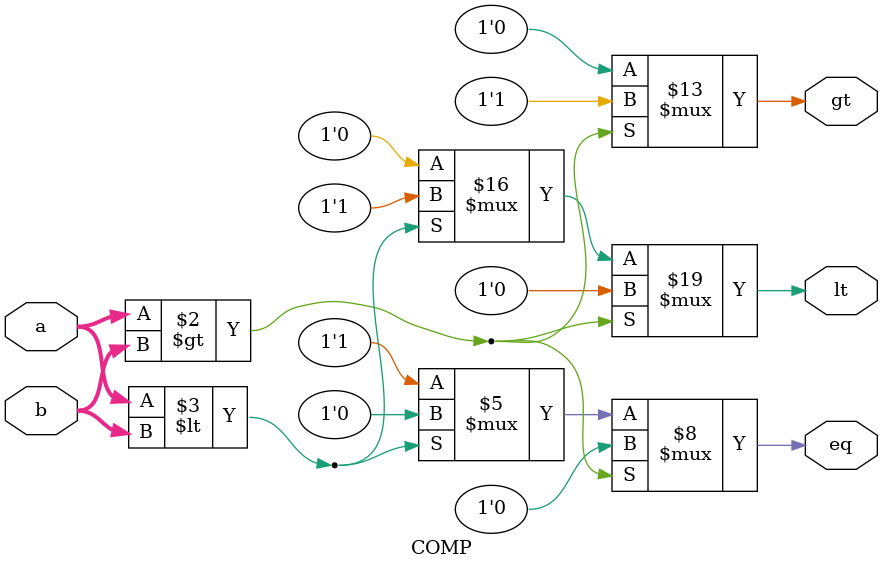
<source format=v>
module COMP #(parameter WIDTH = 2)(a, b, gt, lt, eq);
	input [WIDTH-1:0] a, b;
	output reg gt, lt, eq; 
	
	always @(a, b) begin
		if(a > b) begin
			lt <= 0;
			gt <= 1;
			eq <= 0;
		end
		else if(a < b) begin
			lt <= 1;
			gt <= 0;
			eq <= 0;
		end
		else begin
			lt <= 0;
			gt <= 0;
			eq <= 1;
		end
	end
endmodule

// COMP needs to be tested
</source>
